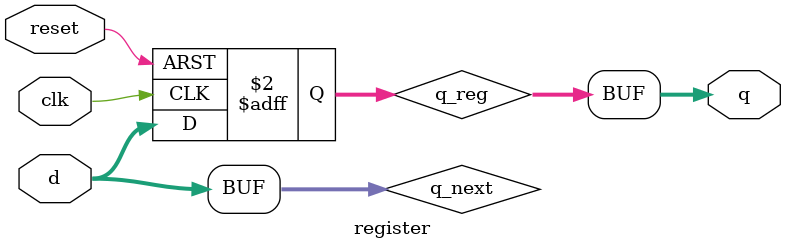
<source format=v>
module register
(
	input wire clk,
	input wire reset,
	input wire [6:0] d,
	output wire [6:0] q
);

//signal declaration
reg [6:0] q_reg ;
wire [6:0] q_next ;

// body or memory or state register
always @(posedge clk, posedge reset)
begin
	if (reset)
    	q_reg <= 7'b0000_000;
	else
    	q_reg <= q_next;   
end

//next state logic
assign q_next = d;

//output logic
assign q = q_reg;
    
endmodule

</source>
